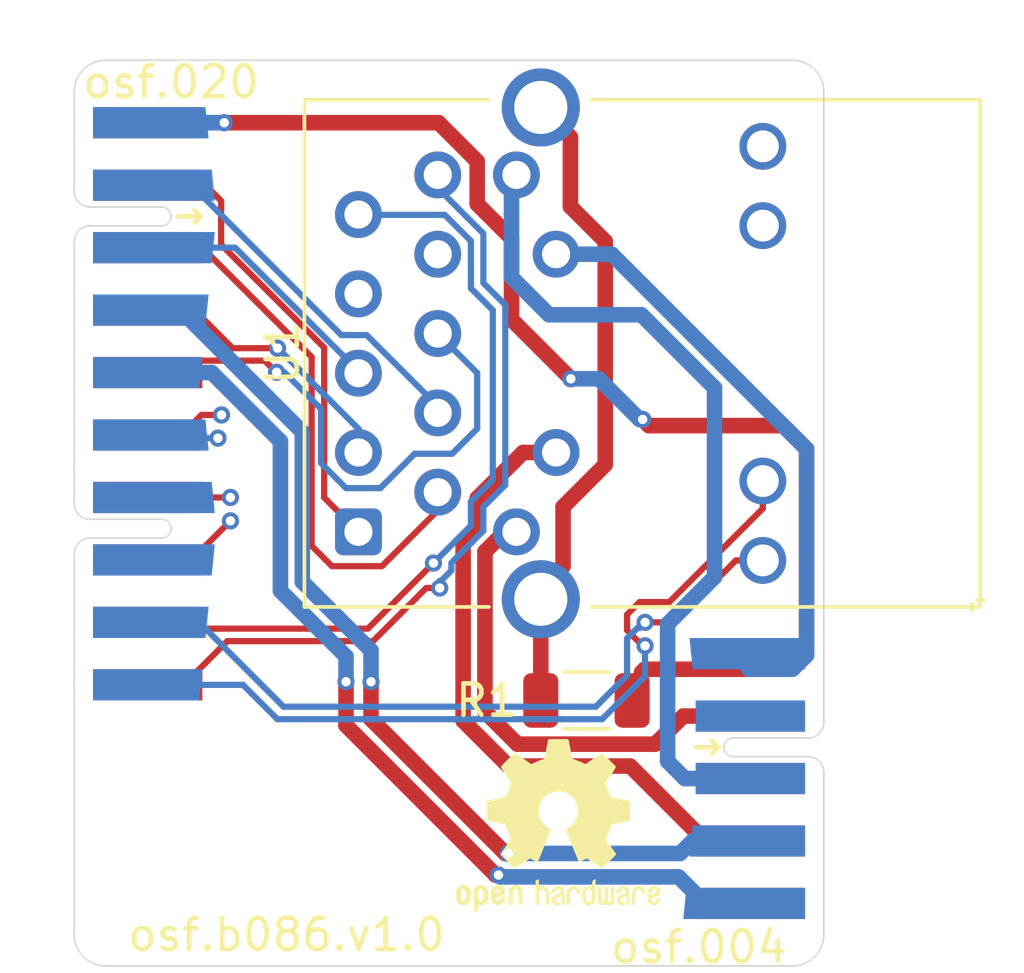
<source format=kicad_pcb>
(kicad_pcb (version 20211014) (generator pcbnew)
  (layers (0 "F.Cu" signal) (1 "In1.Cu" signal) (2 "In2.Cu" signal) (31 "B.Cu" signal) (34 "B.Paste" user) (35 "F.Paste" user) (36 "B.SilkS" user "B.Silkscreen") (37 "F.SilkS" user "F.Silkscreen") (38 "B.Mask" user) (39 "F.Mask" user) (44 "Edge.Cuts" user))
  (net 0 "")
  (net 1 "/TRD0_P")
  (net 2 "/TRD0_N")
  (net 3 "/TRD2_N")
  (net 4 "/TRD2_P")
  (net 5 "/TRD3_N")
  (net 6 "/TRD3_P")
  (net 7 "GND")
  (net 8 "/TRD1_N")
  (net 9 "/TRD1_P")
  (net 12 "/TR0_TAP")
  (net 13 "/TR1_TAP")
  (net 14 "/TR2_TAP")
  (net 15 "/TR3_TAP")
  (net 16 "/CT1")
  (net 17 "/CT2")
  (net 18 "Net-(J1-Pad14)")
  (net 19 "Net-(J1-Pad15)")
  (net 20 "Net-(U1-Pad16)")
  (net 21 "Net-(U1-Pad15)")
  (net 22 "Net-(U1-Pad18)")
  (net 23 "Net-(U1-Pad17)")
  (net 24 "Net-(R1-Pad1)")
  (footprint "Symbol:OSHW-Logo2_7.3x6mm_SilkScreen" (layer "F.Cu") (at 65.5 160.5)
    (fp_text reference "l1" hide)
    (fp_text value "Logo_Open_Hardware_Larg" hide)
  )
  (footprint "on_edge:on_edge_2x10_device" (layer "F.Cu") (at 50 142 -90)
    (fp_text reference "J1")
    (fp_text value "020_1000BASE-T_with_CT")
    (fp_line (start 9.8 0) (end 14 0) (layer "Edge.Cuts") (width 0.05))
    (fp_line (start -4 0) (end -1.8 0) (layer "Edge.Cuts") (width 0.05))
    (fp_line (start -0.7 -0.5) (end -0.7 -2.8) (layer "Edge.Cuts") (width 0.05))
    (fp_line (start 8.7 -2.8) (end 8.7 -0.5) (layer "Edge.Cuts") (width 0.05))
    (fp_line (start 7 0) (end 8.2 0) (layer "Edge.Cuts") (width 0.05))
    (fp_line (start -0.2 0) (end 7 0) (layer "Edge.Cuts") (width 0.05))
    (fp_line (start -1.3 -2.8) (end -1.3 -0.5) (layer "Edge.Cuts") (width 0.05))
    (fp_line (start 9.3 -0.5) (end 9.3 -2.8) (layer "Edge.Cuts") (width 0.05))
    (fp_arc (start -1.3 -2.8) (mid -1 -3.1) (end -0.7 -2.8) (layer "Edge.Cuts") (width 0.05))
    (fp_arc (start -1.3 -0.5) (mid -1.446447 -0.146447) (end -1.8 0) (layer "Edge.Cuts") (width 0.05))
    (fp_arc (start 8.7 -0.5) (mid 8.553553 -0.146447) (end 8.2 0) (layer "Edge.Cuts") (width 0.05))
    (fp_arc (start 8.7 -2.8) (mid 9 -3.1) (end 9.3 -2.8) (layer "Edge.Cuts") (width 0.05))
    (fp_arc (start -0.2 0) (mid -0.553553 -0.146447) (end -0.7 -0.5) (layer "Edge.Cuts") (width 0.05))
    (fp_arc (start 9.8 0) (mid 9.446447 -0.146447) (end 9.3 -0.5) (layer "Edge.Cuts") (width 0.05))
    (pad "1" smd rect (at -4 -2.35 90) (size 1 3.5) (layers "F.Cu" "F.Mask") (net 7 "GND"))
    (pad "2" smd rect (at -2 -2.35 270) (size 1 3.5) (layers "F.Cu" "F.Mask") (net 1 "/TRD0_P"))
    (pad "3" smd rect (at 0 -2.35 270) (size 1 3.5) (layers "F.Cu" "F.Mask") (net 2 "/TRD0_N"))
    (pad "4" smd rect (at 2 -2.35 90) (size 1 3.5) (layers "F.Cu" "F.Mask") (net 9 "/TRD1_P"))
    (pad "5" smd rect (at 4 -2.35 90) (size 1 3.5) (layers "F.Cu" "F.Mask") (net 8 "/TRD1_N"))
    (pad "6" smd rect (at 6 -2.35 90) (size 1 3.5) (layers "F.Cu" "F.Mask") (net 23 "Net-(U1-Pad17)"))
    (pad "7" smd rect (at 8 -2.35 270) (size 1 3.5) (layers "F.Cu" "F.Mask") (net 4 "/TRD2_P"))
    (pad "8" smd rect (at 10 -2.35 270) (size 1 3.5) (layers "F.Cu" "F.Mask") (net 3 "/TRD2_N"))
    (pad "9" smd rect (at 12 -2.35 90) (size 1 3.5) (layers "F.Cu" "F.Mask") (net 6 "/TRD3_P"))
    (pad "10" smd rect (at 14 -2.35 90) (size 1 3.5) (layers "F.Cu" "F.Mask") (net 5 "/TRD3_N"))
    (pad "11" smd custom (at -4 -2.4 270) (size 1 3.6) (layers "B.Cu" "B.Mask") (net 7 "GND") (options (clearance outline) (anchor rect)) (primitives (gr_poly (pts (xy 0.5 -1.8) (xy 0.5 -1.9) (xy -0.5 -1.8)) (width 0) (fill yes))))
    (pad "12" smd custom (at -2 -2.1 270) (size 1 3) (layers "B.Cu" "B.Mask") (net 16 "/CT1") (options (clearance outline) (anchor rect)) (primitives (gr_poly (pts (xy 0.3 -0.51) (xy 0.31 -0.62) (xy 0.33 -0.7) (xy 0.35 -0.76) (xy 0.37 -0.81) (xy 0.4 -0.86) (xy 0.44 -0.92) (xy 0.48 -0.97) (xy 0.5 -0.99) (xy 0.5 -2.4) (xy -0.5 -2.3) (xy -0.5 1.5) (xy 0.3 1.5)) (width 0) (fill yes))))
    (pad "13" smd custom (at 0 -2.1 270) (size 1 3) (layers "B.Cu" "B.Mask") (net 17 "/CT2") (options (clearance outline) (anchor rect)) (primitives (gr_poly (pts (xy -0.3 -0.51) (xy -0.31 -0.62) (xy -0.33 -0.7) (xy -0.35 -0.76) (xy -0.37 -0.81) (xy -0.4 -0.86) (xy -0.44 -0.92) (xy -0.48 -0.97) (xy -0.5 -0.99) (xy -0.5 -2.4) (xy 0.5 -2.3) (xy 0.5 1.5) (xy -0.3 1.5)) (width 0) (fill yes))))
    (pad "14" smd custom (at 2 -2.4 270) (size 1 3.6) (layers "B.Cu" "B.Mask") (net 18 "Net-(J1-Pad14)") (options (clearance outline) (anchor rect)) (primitives (gr_poly (pts (xy -0.5 -1.8) (xy -0.5 -1.9) (xy 0.5 -1.8)) (width 0) (fill yes))))
    (pad "15" smd custom (at 4 -2.3 270) (size 1 3.4) (layers "B.Cu" "B.Mask") (net 19 "Net-(J1-Pad15)") (options (clearance outline) (anchor rect)) (primitives (gr_poly (pts (xy -0.5 -1.7) (xy -0.5 -1.8) (xy 0.5 -1.7)) (width 0) (fill yes))))
    (pad "16" smd custom (at 6 -2.4 270) (size 1 3.6) (layers "B.Cu" "B.Mask") (net 22 "Net-(U1-Pad18)") (options (clearance outline) (anchor rect)) (primitives (gr_poly (pts (xy 0.5 -1.8) (xy 0.5 -1.9) (xy -0.5 -1.8)) (width 0) (fill yes))))
    (pad "17" smd custom (at 8 -2.1 270) (size 1 3) (layers "B.Cu" "B.Mask") (options (clearance outline) (anchor rect)) (primitives (gr_poly (pts (xy 0.3 -0.51) (xy 0.31 -0.62) (xy 0.33 -0.7) (xy 0.35 -0.76) (xy 0.37 -0.81) (xy 0.4 -0.86) (xy 0.44 -0.92) (xy 0.48 -0.97) (xy 0.5 -0.99) (xy 0.5 -2.4) (xy -0.5 -2.3) (xy -0.5 1.5) (xy 0.3 1.5)) (width 0) (fill yes))))
    (pad "18" smd custom (at 10 -2.1 270) (size 1 3) (layers "B.Cu" "B.Mask") (options (clearance outline) (anchor rect)) (primitives (gr_poly (pts (xy -0.3 -0.51) (xy -0.31 -0.62) (xy -0.33 -0.7) (xy -0.35 -0.76) (xy -0.37 -0.81) (xy -0.4 -0.86) (xy -0.44 -0.92) (xy -0.48 -0.97) (xy -0.5 -0.99) (xy -0.5 -2.4) (xy 0.5 -2.3) (xy 0.5 1.5) (xy -0.3 1.5)) (width 0) (fill yes))))
    (pad "19" smd custom (at 12 -2.4 270) (size 1 3.6) (layers "B.Cu" "B.Mask") (net 21 "Net-(U1-Pad15)") (options (clearance outline) (anchor rect)) (primitives (gr_poly (pts (xy -0.5 -1.8) (xy -0.5 -1.9) (xy 0.5 -1.8)) (width 0) (fill yes))))
    (pad "20" smd custom (at 14 -2.3 270) (size 1 3.4) (layers "B.Cu" "B.Mask") (net 20 "Net-(U1-Pad16)") (options (clearance outline) (anchor rect)) (primitives (gr_poly (pts (xy -0.5 -1.7) (xy -0.5 -1.8) (xy 0.5 -1.7)) (width 0) (fill yes))))
  )
  (footprint "on_edge:on_edge_2x05_host" (layer "F.Cu") (at 74 159 -90)
    (fp_text reference "J2")
    (fp_text value "004_BASE-T_CT")
    (fp_line (start -4 0) (end -1.8 0) (layer "Edge.Cuts") (width 0.05))
    (fp_line (start -0.2 0) (end 4 0) (layer "Edge.Cuts") (width 0.05))
    (fp_line (start -0.7 2.9) (end -0.7 0.5) (layer "Edge.Cuts") (width 0.05))
    (fp_line (start -1.3 0.5) (end -1.3 2.9) (layer "Edge.Cuts") (width 0.05))
    (fp_arc (start -0.7 2.9) (mid -1 3.2) (end -1.3 2.9) (layer "Edge.Cuts") (width 0.05))
    (fp_arc (start -1.8 0) (mid -1.446447 0.146447) (end -1.3 0.5) (layer "Edge.Cuts") (width 0.05))
    (fp_arc (start -0.7 0.5) (mid -0.553553 0.146447) (end -0.2 0) (layer "Edge.Cuts") (width 0.05))
    (pad "1" smd rect (at -4 2.35 270) (size 1 3.5) (layers "F.Cu" "F.Mask") (net 7 "GND"))
    (pad "2" smd rect (at -2 2.35 270) (size 1 3.5) (layers "F.Cu" "F.Mask") (net 12 "/TR0_TAP"))
    (pad "3" smd rect (at 0 2.35 270) (size 1 3.5) (layers "F.Cu" "F.Mask"))
    (pad "4" smd rect (at 2 2.35 270) (size 1 3.5) (layers "F.Cu" "F.Mask") (net 13 "/TR1_TAP"))
    (pad "5" smd rect (at 4 2.35 270) (size 1 3.5) (layers "F.Cu" "F.Mask"))
    (pad "6" smd custom (at -4 2.4 90) (size 1 3.6) (layers "B.Cu" "B.Mask") (net 14 "/TR2_TAP") (options (clearance outline) (anchor rect)) (primitives (gr_poly (pts (xy 0.5 -1.8) (xy -0.5 -1.8) (xy 0.5 -1.9)) (width 0) (fill yes))))
    (pad "7" smd rect (at -2 2.35 90) (size 1 3.5) (layers "B.Cu" "B.Mask"))
    (pad "8" smd rect (at 0 2.35 90) (size 1 3.5) (layers "B.Cu" "B.Mask") (net 15 "/TR3_TAP"))
    (pad "9" smd custom (at 2 2.4 90) (size 1 3.6) (layers "B.Cu" "B.Mask") (net 18 "Net-(J1-Pad14)") (options (clearance outline) (anchor rect)) (primitives (gr_poly (pts (xy 0.5 -1.8) (xy -0.5 -1.8) (xy -0.5 -1.9)) (width 0) (fill yes))))
    (pad "10" smd custom (at 4 2.5 90) (size 1 3.8) (layers "B.Cu" "B.Mask") (net 19 "Net-(J1-Pad15)") (options (clearance outline) (anchor rect)) (primitives (gr_poly (pts (xy 0.5 -1.9) (xy -0.5 -1.9) (xy -0.5 -2)) (width 0) (fill yes))))
  )
  (footprint "b086:TRJG0926HENL" (layer "F.Cu") (at 67.9875 145.385 90)
    (fp_text reference "U1" (at 0.01 -11.32 90) (layer "F.SilkS"))
    (fp_text value "MagJack-A70-112-331N126")
    (pad "" np_thru_hole circle (at -5.715 0 90) (size 3.2 3.2) (drill 3.2) (layers *.Cu *.Mask))
    (pad "" np_thru_hole circle (at 5.715 0 90) (size 3.2 3.2) (drill 3.2) (layers *.Cu *.Mask))
    (pad "1" thru_hole roundrect (at -5.715 -8.89 90) (size 1.5 1.5) (drill 0.9) (layers *.Cu *.Mask) (roundrect_rratio 0.167) (net 1 "/TRD0_P"))
    (pad "2" thru_hole circle (at -4.445 -6.35 90) (size 1.5 1.5) (drill 0.9) (layers *.Cu *.Mask) (net 2 "/TRD0_N"))
    (pad "3" thru_hole circle (at -3.175 -8.89 90) (size 1.5 1.5) (drill 0.9) (layers *.Cu *.Mask) (net 9 "/TRD1_P"))
    (pad "4" thru_hole circle (at -1.905 -6.35 90) (size 1.5 1.5) (drill 0.9) (layers *.Cu *.Mask) (net 16 "/CT1"))
    (pad "5" thru_hole circle (at -0.635 -8.89 90) (size 1.5 1.5) (drill 0.9) (layers *.Cu *.Mask) (net 17 "/CT2"))
    (pad "6" thru_hole circle (at 0.635 -6.35 180) (size 1.5 1.5) (drill 0.9) (layers *.Cu *.Mask) (net 8 "/TRD1_N"))
    (pad "7" thru_hole circle (at 1.905 -8.89 90) (size 1.5 1.5) (drill 0.9) (layers *.Cu *.Mask) (net 4 "/TRD2_P"))
    (pad "8" thru_hole circle (at 3.175 -6.35 90) (size 1.5 1.5) (drill 0.9) (layers *.Cu *.Mask) (net 3 "/TRD2_N"))
    (pad "9" thru_hole circle (at 4.445 -8.89 90) (size 1.5 1.5) (drill 0.9) (layers *.Cu *.Mask) (net 6 "/TRD3_P"))
    (pad "10" thru_hole circle (at 5.715 -6.35 90) (size 1.5 1.5) (drill 0.9) (layers *.Cu *.Mask) (net 5 "/TRD3_N"))
    (pad "11" thru_hole circle (at -5.715 -3.83 90) (size 1.5 1.5) (drill 0.9) (layers *.Cu *.Mask) (net 12 "/TR0_TAP"))
    (pad "12" thru_hole circle (at -3.175 -2.56 90) (size 1.5 1.5) (drill 0.9) (layers *.Cu *.Mask) (net 13 "/TR1_TAP"))
    (pad "13" thru_hole circle (at 3.175 -2.56 90) (size 1.5 1.5) (drill 0.9) (layers *.Cu *.Mask) (net 14 "/TR2_TAP"))
    (pad "14" thru_hole circle (at 5.715 -3.83 90) (size 1.5 1.5) (drill 0.9) (layers *.Cu *.Mask) (net 15 "/TR3_TAP"))
    (pad "15" thru_hole circle (at -6.63 4.06 90) (size 1.5 1.5) (drill 1.02) (layers *.Cu *.Mask) (net 21 "Net-(U1-Pad15)"))
    (pad "16" thru_hole circle (at -4.09 4.06 90) (size 1.5 1.5) (drill 1.02) (layers *.Cu *.Mask) (net 20 "Net-(U1-Pad16)"))
    (pad "17" thru_hole circle (at 4.09 4.06 90) (size 1.5 1.5) (drill 1.02) (layers *.Cu *.Mask) (net 23 "Net-(U1-Pad17)"))
    (pad "18" thru_hole circle (at 6.63 4.06 90) (size 1.5 1.5) (drill 1.02) (layers *.Cu *.Mask) (net 22 "Net-(U1-Pad18)"))
    (pad "19" thru_hole circle (at -7.875 -3.05 90) (size 2.5 2.5) (drill 1.7) (layers *.Cu *.Mask) (net 24 "Net-(R1-Pad1)"))
    (pad "20" thru_hole circle (at 7.875 -3.05 90) (size 2.5 2.5) (drill 1.7) (layers *.Cu *.Mask) (net 24 "Net-(R1-Pad1)"))
  )
  (footprint "Resistor_SMD:R_1206_3216Metric" (layer "F.Cu") (at 66.4 156.5)
    (fp_text reference "R1" (at -3.2 0) (layer "F.SilkS"))
    (fp_text value "d.n.p")
    (pad "1" smd roundrect (at -1.4625 0) (size 1.125 1.75) (layers "F.Cu" "F.Paste" "F.Mask") (roundrect_rratio 0.222222) (net 24 "Net-(R1-Pad1)"))
    (pad "2" smd roundrect (at 1.4625 0) (size 1.125 1.75) (layers "F.Cu" "F.Paste" "F.Mask") (roundrect_rratio 0.222222) (net 7 "GND"))
  )
  (gr_arc (start 51 165) (mid 50.292893 164.707107) (end 50 164) (layer "Edge.Cuts") (width 0.05))
  (gr_arc (start 73 136) (mid 73.707107 136.292893) (end 74 137) (layer "Edge.Cuts") (width 0.05))
  (gr_arc (start 74 164) (mid 73.707107 164.707107) (end 73 165) (layer "Edge.Cuts") (width 0.05))
  (gr_arc (start 50 137) (mid 50.292893 136.292893) (end 51 136) (layer "Edge.Cuts") (width 0.05))
  (gr_line (start 74 155) (end 74 137) (layer "Edge.Cuts") (width 0.05))
  (gr_line (start 74 164) (end 74 163) (layer "Edge.Cuts") (width 0.05))
  (gr_line (start 51 165) (end 73 165) (layer "Edge.Cuts") (width 0.05))
  (gr_line (start 50 156) (end 50 164) (layer "Edge.Cuts") (width 0.05))
  (gr_line (start 50 137) (end 50 138) (layer "Edge.Cuts") (width 0.05))
  (gr_line (start 51 136) (end 73 136) (layer "Edge.Cuts") (width 0.05))
  (gr_text "osf.004" (at 70 164.4) (layer "F.SilkS") (effects (font (size 1 1))))
  (gr_text "osf.b086.v1.0" (at 56.8 164) (layer "F.SilkS") (effects (font (size 1 1))))
  (gr_text "osf.020" (at 53.1 136.7) (layer "F.SilkS") (effects (font (size 1 1))))
  (segment (start 54.7 141.9) (end 54.7 140.5) (width 0.2) (layer "F.Cu") (net 1))
  (segment (start 59.0975 151.1) (end 58 150.0025) (width 0.2) (layer "F.Cu") (net 1))
  (segment (start 54.7 140.5) (end 54.1 139.9) (width 0.2) (layer "F.Cu") (net 1))
  (segment (start 58 150.0025) (end 58 145.2) (width 0.2) (layer "F.Cu") (net 1))
  (segment (start 55.1 142.3) (end 54.7 141.9) (width 0.2) (layer "F.Cu") (net 1))
  (segment (start 58 145.2) (end 55.1 142.3) (width 0.2) (layer "F.Cu") (net 1))
  (segment (start 59.85 152.2) (end 61.6375 150.4125) (width 0.2) (layer "F.Cu") (net 2))
  (segment (start 57.6 151.55) (end 58.25 152.2) (width 0.2) (layer "F.Cu") (net 2))
  (segment (start 52.35 142) (end 54.1 142) (width 0.2) (layer "F.Cu") (net 2))
  (segment (start 61.6375 150.4125) (end 61.6375 149.83) (width 0.2) (layer "F.Cu") (net 2))
  (segment (start 58.25 152.2) (end 59.85 152.2) (width 0.2) (layer "F.Cu") (net 2))
  (segment (start 54.1 142) (end 57.6 145.5) (width 0.2) (layer "F.Cu") (net 2))
  (segment (start 57.6 145.5) (end 57.6 151.55) (width 0.2) (layer "F.Cu") (net 2))
  (segment (start 53.749503 152) (end 55 150.749503) (width 0.2) (layer "F.Cu") (net 3))
  (segment (start 52.35 152) (end 53.749503 152) (width 0.2) (layer "F.Cu") (net 3))
  (via (at 55 150.749503) (size 0.55) (drill 0.3) (layers "F.Cu" "B.Cu") (net 3))
  (segment (start 52.35 150) (end 55 150) (width 0.2) (layer "F.Cu") (net 4))
  (via (at 55 150) (size 0.55) (drill 0.3) (layers "F.Cu" "B.Cu") (net 4))
  (segment (start 54.9 154.6) (end 59.565686 154.6) (width 0.2) (layer "F.Cu") (net 5))
  (segment (start 53.5 156) (end 54.9 154.6) (width 0.2) (layer "F.Cu") (net 5))
  (segment (start 59.565686 154.6) (end 61.265686 152.9) (width 0.2) (layer "F.Cu") (net 5))
  (segment (start 61.265686 152.9) (end 61.7 152.9) (width 0.2) (layer "F.Cu") (net 5))
  (segment (start 52.35 156) (end 53.5 156) (width 0.2) (layer "F.Cu") (net 5))
  (via (at 61.7 152.9) (size 0.55) (drill 0.3) (layers "F.Cu" "B.Cu") (net 5))
  (segment (start 63.1 151.065686) (end 63.1 150.300075) (width 0.2) (layer "B.Cu") (net 5))
  (segment (start 61.7 152.9) (end 61.7 152.675) (width 0.2) (layer "B.Cu") (net 5))
  (segment (start 61.65 140.1) (end 61.65 139.285) (width 0.2) (layer "B.Cu") (net 5))
  (segment (start 63.1 150.300075) (end 63.8 149.600074) (width 0.2) (layer "B.Cu") (net 5))
  (segment (start 62.075 152.338173) (end 62.075 152.090686) (width 0.2) (layer "B.Cu") (net 5))
  (segment (start 63.1 141.55) (end 61.65 140.1) (width 0.2) (layer "B.Cu") (net 5))
  (segment (start 63.8 149.600074) (end 63.8 143.834315) (width 0.2) (layer "B.Cu") (net 5))
  (segment (start 62.075 152.090686) (end 63.1 151.065686) (width 0.2) (layer "B.Cu") (net 5))
  (segment (start 61.738173 152.675) (end 62.075 152.338173) (width 0.2) (layer "B.Cu") (net 5))
  (segment (start 63.8 143.834315) (end 63.1 143.134314) (width 0.2) (layer "B.Cu") (net 5))
  (segment (start 61.7 152.675) (end 61.738173 152.675) (width 0.2) (layer "B.Cu") (net 5))
  (segment (start 63.1 143.134314) (end 63.1 141.55) (width 0.2) (layer "B.Cu") (net 5))
  (segment (start 52.55 154.2) (end 59.4 154.2) (width 0.2) (layer "F.Cu") (net 6))
  (segment (start 52.35 154) (end 52.55 154.2) (width 0.2) (layer "F.Cu") (net 6))
  (segment (start 59.4 154.2) (end 61.5 152.1) (width 0.2) (layer "F.Cu") (net 6))
  (via (at 61.5 152.1) (size 0.55) (drill 0.3) (layers "F.Cu" "B.Cu") (net 6))
  (segment (start 62.7 150.134389) (end 63.4 149.434389) (width 0.2) (layer "B.Cu") (net 6))
  (segment (start 61.5 152.1) (end 62.7 150.9) (width 0.2) (layer "B.Cu") (net 6))
  (segment (start 62.7 150.9) (end 62.7 150.134389) (width 0.2) (layer "B.Cu") (net 6))
  (segment (start 62.7 143.3) (end 62.7 141.787575) (width 0.2) (layer "B.Cu") (net 6))
  (segment (start 63.4 149.434389) (end 63.4 144) (width 0.2) (layer "B.Cu") (net 6))
  (segment (start 63.4 144) (end 62.7 143.3) (width 0.2) (layer "B.Cu") (net 6))
  (segment (start 61.862425 140.95) (end 59.505 140.95) (width 0.2) (layer "B.Cu") (net 6))
  (segment (start 59.505 140.95) (end 59.11 140.555) (width 0.2) (layer "B.Cu") (net 6))
  (segment (start 62.7 141.787575) (end 61.862425 140.95) (width 0.2) (layer "B.Cu") (net 6))
  (segment (start 62.9 140.6) (end 64 141.7) (width 0.5) (layer "F.Cu") (net 7))
  (segment (start 54.8 138) (end 61.664557 138) (width 0.5) (layer "F.Cu") (net 7))
  (segment (start 52.35 138) (end 54.8 138) (width 0.5) (layer "F.Cu") (net 7))
  (segment (start 72.7 155.5) (end 68.2625 155.5) (width 0.5) (layer "F.Cu") (net 7))
  (segment (start 64 141.7) (end 64 144.3) (width 0.5) (layer "F.Cu") (net 7))
  (segment (start 68.2 147.5) (end 68.4 147.7) (width 0.5) (layer "F.Cu") (net 7))
  (segment (start 73.45 154.75) (end 72.7 155.5) (width 0.5) (layer "F.Cu") (net 7))
  (segment (start 72.7 147.7) (end 73.45 148.45) (width 0.5) (layer "F.Cu") (net 7))
  (segment (start 64 144.3) (end 65.9 146.2) (width 0.5) (layer "F.Cu") (net 7))
  (segment (start 68.4 147.7) (end 72.7 147.7) (width 0.5) (layer "F.Cu") (net 7))
  (segment (start 61.664557 138) (end 62.9 139.235443) (width 0.5) (layer "F.Cu") (net 7))
  (segment (start 68.2625 155.5) (end 68.1625 155.6) (width 0.5) (layer "F.Cu") (net 7))
  (segment (start 62.9 139.235443) (end 62.9 140.6) (width 0.5) (layer "F.Cu") (net 7))
  (segment (start 73.45 148.45) (end 73.45 154.75) (width 0.5) (layer "F.Cu") (net 7))
  (via (at 54.8 138) (size 0.55) (drill 0.3) (layers "F.Cu" "B.Cu") (net 7))
  (via (at 68.2 147.5) (size 0.55) (drill 0.3) (layers "F.Cu" "B.Cu") (net 7))
  (via (at 65.9 146.2) (size 0.55) (drill 0.3) (layers "F.Cu" "B.Cu") (net 7))
  (segment (start 52.4 138) (end 54.8 138) (width 0.5) (layer "B.Cu") (net 7))
  (segment (start 68.2 147.5) (end 68.1 147.5) (width 0.5) (layer "B.Cu") (net 7))
  (segment (start 66.8 146.2) (end 65.9 146.2) (width 0.5) (layer "B.Cu") (net 7))
  (segment (start 68.1 147.5) (end 66.8 146.2) (width 0.5) (layer "B.Cu") (net 7))
  (segment (start 56.464492 145.990131) (end 56.093344 145.618983) (width 0.2) (layer "F.Cu") (net 8))
  (segment (start 52.731017 145.618983) (end 52.35 146) (width 0.2) (layer "F.Cu") (net 8))
  (segment (start 56.093344 145.618983) (end 52.731017 145.618983) (width 0.2) (layer "F.Cu") (net 8))
  (segment (start 56.477665 145.990131) (end 56.464492 145.990131) (width 0.2) (layer "F.Cu") (net 8))
  (via (at 56.477665 145.990131) (size 0.55) (drill 0.3) (layers "F.Cu" "B.Cu") (net 8))
  (segment (start 62.9 147.8) (end 62.9 146.0125) (width 0.2) (layer "B.Cu") (net 8))
  (segment (start 62.1 148.6) (end 62.9 147.8) (width 0.2) (layer "B.Cu") (net 8))
  (segment (start 60.9 148.6) (end 62.1 148.6) (width 0.2) (layer "B.Cu") (net 8))
  (segment (start 56.477665 145.990131) (end 56.724445 145.990131) (width 0.2) (layer "B.Cu") (net 8))
  (segment (start 56.724445 145.990131) (end 57.9 147.165686) (width 0.2) (layer "B.Cu") (net 8))
  (segment (start 58.7 149.7) (end 59.8 149.7) (width 0.2) (layer "B.Cu") (net 8))
  (segment (start 59.8 149.7) (end 60.9 148.6) (width 0.2) (layer "B.Cu") (net 8))
  (segment (start 57.9 147.165686) (end 57.9 148.9) (width 0.2) (layer "B.Cu") (net 8))
  (segment (start 62.9 146.0125) (end 61.6375 144.75) (width 0.2) (layer "B.Cu") (net 8))
  (segment (start 57.9 148.9) (end 58.7 149.7) (width 0.2) (layer "B.Cu") (net 8))
  (segment (start 55.068983 145.218983) (end 53.85 144) (width 0.2) (layer "F.Cu") (net 9))
  (segment (start 56.506517 145.218983) (end 55.068983 145.218983) (width 0.2) (layer "F.Cu") (net 9))
  (segment (start 53.85 144) (end 52.35 144) (width 0.2) (layer "F.Cu") (net 9))
  (via (at 56.506517 145.218983) (size 0.55) (drill 0.3) (layers "F.Cu" "B.Cu") (net 9))
  (segment (start 59.11 147.81) (end 59.11 148.175) (width 0.2) (layer "B.Cu") (net 9))
  (segment (start 56.518983 145.218983) (end 59.11 147.81) (width 0.2) (layer "B.Cu") (net 9))
  (segment (start 56.506517 145.218983) (end 56.518983 145.218983) (width 0.2) (layer "B.Cu") (net 9))
  (segment (start 64.18995 157.9) (end 68.6 157.9) (width 0.5) (layer "F.Cu") (net 12))
  (segment (start 63.15 151.735) (end 63.15 156.86005) (width 0.5) (layer "F.Cu") (net 12))
  (segment (start 69.5 157) (end 71.65 157) (width 0.5) (layer "F.Cu") (net 12))
  (segment (start 63.15 156.86005) (end 64.18995 157.9) (width 0.5) (layer "F.Cu") (net 12))
  (segment (start 68.6 157.9) (end 69.5 157) (width 0.5) (layer "F.Cu") (net 12))
  (segment (start 64.17 150.715) (end 63.15 151.735) (width 0.5) (layer "F.Cu") (net 12))
  (segment (start 62.45 151.4) (end 62.9 150.95) (width 0.5) (layer "F.Cu") (net 13))
  (segment (start 64.36684 148.56) (end 65.4275 148.56) (width 0.5) (layer "F.Cu") (net 13))
  (segment (start 67.8 158.6) (end 63.900001 158.6) (width 0.5) (layer "F.Cu") (net 13))
  (segment (start 70.2 161) (end 67.8 158.6) (width 0.5) (layer "F.Cu") (net 13))
  (segment (start 71.65 161) (end 70.2 161) (width 0.5) (layer "F.Cu") (net 13))
  (segment (start 62.9 150.02684) (end 64.36684 148.56) (width 0.5) (layer "F.Cu") (net 13))
  (segment (start 62.45 157.15) (end 62.45 151.4) (width 0.5) (layer "F.Cu") (net 13))
  (segment (start 63.900001 158.6) (end 62.45 157.15) (width 0.5) (layer "F.Cu") (net 13))
  (segment (start 62.9 150.95) (end 62.9 150.02684) (width 0.5) (layer "F.Cu") (net 13))
  (segment (start 71.6 155.5) (end 73 155.5) (width 0.5) (layer "B.Cu") (net 14))
  (segment (start 73.45 148.45) (end 67.21 142.21) (width 0.5) (layer "B.Cu") (net 14))
  (segment (start 67.21 142.21) (end 65.4275 142.21) (width 0.5) (layer "B.Cu") (net 14))
  (segment (start 73 155.5) (end 73.45 155.05) (width 0.5) (layer "B.Cu") (net 14))
  (segment (start 73.45 155.05) (end 73.45 148.45) (width 0.5) (layer "B.Cu") (net 14))
  (segment (start 71.65 159) (end 69.55 159) (width 0.5) (layer "B.Cu") (net 15))
  (segment (start 70.5 152.55) (end 70.5 146.48995) (width 0.5) (layer "B.Cu") (net 15))
  (segment (start 64 142.95) (end 64 139.455) (width 0.5) (layer "B.Cu") (net 15))
  (segment (start 69.55 159) (end 69 158.45) (width 0.5) (layer "B.Cu") (net 15))
  (segment (start 69 158.45) (end 69 154.05) (width 0.5) (layer "B.Cu") (net 15))
  (segment (start 70.5 146.48995) (end 68.16005 144.15) (width 0.5) (layer "B.Cu") (net 15))
  (segment (start 68.16005 144.15) (end 65.2 144.15) (width 0.5) (layer "B.Cu") (net 15))
  (segment (start 69 154.05) (end 70.5 152.55) (width 0.5) (layer "B.Cu") (net 15))
  (segment (start 65.2 144.15) (end 64 142.95) (width 0.5) (layer "B.Cu") (net 15))
  (segment (start 58.55 144.8) (end 53.75 140) (width 0.2) (layer "B.Cu") (net 16))
  (segment (start 59.362425 144.8) (end 58.55 144.8) (width 0.2) (layer "B.Cu") (net 16))
  (segment (start 53.75 140) (end 52.1 140) (width 0.2) (layer "B.Cu") (net 16))
  (segment (start 61.6375 147.29) (end 61.6375 147.075075) (width 0.2) (layer "B.Cu") (net 16))
  (segment (start 61.6375 147.075075) (end 59.362425 144.8) (width 0.2) (layer "B.Cu") (net 16))
  (segment (start 59.11 145.635) (end 58.785 145.635) (width 0.2) (layer "B.Cu") (net 17))
  (segment (start 55.15 142) (end 52.1 142) (width 0.2) (layer "B.Cu") (net 17))
  (segment (start 58.785 145.635) (end 55.15 142) (width 0.2) (layer "B.Cu") (net 17))
  (segment (start 59.5 157.1) (end 61 158.6) (width 0.5) (layer "F.Cu") (net 18))
  (segment (start 63.8 161.4) (end 63.9 161.4) (width 0.5) (layer "F.Cu") (net 18))
  (segment (start 61 158.6) (end 63.8 161.4) (width 0.5) (layer "F.Cu") (net 18))
  (segment (start 59.5 155.9) (end 59.5 157.1) (width 0.5) (layer "F.Cu") (net 18))
  (via (at 59.5 155.9) (size 0.55) (drill 0.3) (layers "F.Cu" "B.Cu") (net 18))
  (via (at 63.9 161.4) (size 0.55) (drill 0.3) (layers "F.Cu" "B.Cu") (net 18))
  (segment (start 57.3 152.7) (end 59.5 154.9) (width 0.5) (layer "B.Cu") (net 18))
  (segment (start 59.5 154.9) (end 59.5 155.9) (width 0.5) (layer "B.Cu") (net 18))
  (segment (start 69.8 161) (end 71.6 161) (width 0.5) (layer "B.Cu") (net 18))
  (segment (start 52.4 144) (end 53.4 144) (width 0.5) (layer "B.Cu") (net 18))
  (segment (start 57.3 147.9) (end 57.3 152.7) (width 0.5) (layer "B.Cu") (net 18))
  (segment (start 53.4 144) (end 57.3 147.9) (width 0.5) (layer "B.Cu") (net 18))
  (segment (start 69.4 161.4) (end 69.8 161) (width 0.5) (layer "B.Cu") (net 18))
  (segment (start 63.9 161.4) (end 69.4 161.4) (width 0.5) (layer "B.Cu") (net 18))
  (segment (start 63.491108 162.091108) (end 58.7 157.3) (width 0.5) (layer "F.Cu") (net 19))
  (segment (start 63.582583 162.091108) (end 63.491108 162.091108) (width 0.5) (layer "F.Cu") (net 19))
  (segment (start 58.7 157.3) (end 58.7 155.9) (width 0.5) (layer "F.Cu") (net 19))
  (via (at 58.7 155.9) (size 0.55) (drill 0.3) (layers "F.Cu" "B.Cu") (net 19))
  (via (at 63.582583 162.091108) (size 0.55) (drill 0.3) (layers "F.Cu" "B.Cu") (net 19))
  (segment (start 56.6 152.989949) (end 56.6 148.2) (width 0.5) (layer "B.Cu") (net 19))
  (segment (start 70.2 163) (end 71.5 163) (width 0.5) (layer "B.Cu") (net 19))
  (segment (start 63.641475 162.15) (end 69.35 162.15) (width 0.5) (layer "B.Cu") (net 19))
  (segment (start 56.6 148.2) (end 54.4 146) (width 0.5) (layer "B.Cu") (net 19))
  (segment (start 58.7 155.08995) (end 56.6 152.989949) (width 0.5) (layer "B.Cu") (net 19))
  (segment (start 58.7 155.9) (end 58.7 155.08995) (width 0.5) (layer "B.Cu") (net 19))
  (segment (start 54.4 146) (end 52.3 146) (width 0.5) (layer "B.Cu") (net 19))
  (segment (start 69.35 162.15) (end 70.2 163) (width 0.5) (layer "B.Cu") (net 19))
  (segment (start 63.582583 162.091108) (end 63.641475 162.15) (width 0.5) (layer "B.Cu") (net 19))
  (segment (start 69.05 153.35) (end 68.1 153.35) (width 0.2) (layer "F.Cu") (net 20))
  (segment (start 67.7 154.25) (end 68.2 154.75) (width 0.2) (layer "F.Cu") (net 20))
  (segment (start 72.0475 150.3525) (end 69.05 153.35) (width 0.2) (layer "F.Cu") (net 20))
  (segment (start 68.2 154.75) (end 68.2755 154.75) (width 0.2) (layer "F.Cu") (net 20))
  (segment (start 68.1 153.35) (end 67.7 153.75) (width 0.2) (layer "F.Cu") (net 20))
  (segment (start 72.0475 149.475) (end 72.0475 150.3525) (width 0.2) (layer "F.Cu") (net 20))
  (segment (start 67.7 153.75) (end 67.7 154.25) (width 0.2) (layer "F.Cu") (net 20))
  (via (at 68.2755 154.75) (size 0.55) (drill 0.3) (layers "F.Cu" "B.Cu") (net 20))
  (segment (start 55.4 156) (end 52.3 156) (width 0.2) (layer "B.Cu") (net 20))
  (segment (start 68.2755 154.75) (end 68.2755 155.7245) (width 0.2) (layer "B.Cu") (net 20))
  (segment (start 56.5 157.1) (end 55.4 156) (width 0.2) (layer "B.Cu") (net 20))
  (segment (start 68.2755 155.7245) (end 66.9 157.1) (width 0.2) (layer "B.Cu") (net 20))
  (segment (start 66.9 157.1) (end 56.5 157.1) (width 0.2) (layer "B.Cu") (net 20))
  (segment (start 71.185 152.015) (end 72.0475 152.015) (width 0.2) (layer "F.Cu") (net 21))
  (segment (start 69.200831 153.999169) (end 71.185 152.015) (width 0.2) (layer "F.Cu") (net 21))
  (segment (start 68.277285 153.999169) (end 69.200831 153.999169) (width 0.2) (layer "F.Cu") (net 21))
  (via (at 68.277285 153.999169) (size 0.55) (drill 0.3) (layers "F.Cu" "B.Cu") (net 21))
  (segment (start 68.101454 154.175) (end 68.037327 154.175) (width 0.2) (layer "B.Cu") (net 21))
  (segment (start 66.7 156.7) (end 56.7 156.7) (width 0.2) (layer "B.Cu") (net 21))
  (segment (start 68.037327 154.175) (end 67.7 154.512327) (width 0.2) (layer "B.Cu") (net 21))
  (segment (start 67.7 155.7) (end 66.7 156.7) (width 0.2) (layer "B.Cu") (net 21))
  (segment (start 56.7 156.7) (end 54 154) (width 0.2) (layer "B.Cu") (net 21))
  (segment (start 68.277285 153.999169) (end 68.101454 154.175) (width 0.2) (layer "B.Cu") (net 21))
  (segment (start 54 154) (end 52.4 154) (width 0.2) (layer "B.Cu") (net 21))
  (segment (start 67.7 154.512327) (end 67.7 155.7) (width 0.2) (layer "B.Cu") (net 21))
  (via (at 54.6 148.1) (size 0.55) (drill 0.3) (layers "F.Cu" "B.Cu") (net 22))
  (segment (start 54.6 148.1) (end 52.5 148.1) (width 0.2) (layer "B.Cu") (net 22))
  (segment (start 52.5 148.1) (end 52.4 148) (width 0.2) (layer "B.Cu") (net 22))
  (segment (start 54.067631 147.357369) (end 53.425 148) (width 0.2) (layer "F.Cu") (net 23))
  (segment (start 53.425 148) (end 52.35 148) (width 0.2) (layer "F.Cu") (net 23))
  (segment (start 54.712604 147.357369) (end 54.067631 147.357369) (width 0.2) (layer "F.Cu") (net 23))
  (via (at 54.712604 147.357369) (size 0.55) (drill 0.3) (layers "F.Cu" "B.Cu") (net 23))
  (segment (start 64.9375 152.9125) (end 65.65 152.2) (width 0.5) (layer "F.Cu") (net 24))
  (segment (start 65.65 152.2) (end 65.65 150.3) (width 0.5) (layer "F.Cu") (net 24))
  (segment (start 67 148.95) (end 67 141.8) (width 0.5) (layer "F.Cu") (net 24))
  (segment (start 65.885538 140.685538) (end 65.885538 138.458038) (width 0.5) (layer "F.Cu") (net 24))
  (segment (start 67 141.8) (end 65.885538 140.685538) (width 0.5) (layer "F.Cu") (net 24))
  (segment (start 65.65 150.3) (end 67 148.95) (width 0.5) (layer "F.Cu") (net 24))
  (segment (start 64.9375 156.5) (end 64.9375 153.26) (width 0.5) (layer "F.Cu") (net 24))
  (segment (start 64.9375 153.26) (end 64.9375 152.9125) (width 0.5) (layer "F.Cu") (net 24))
  (segment (start 65.885538 138.458038) (end 64.9375 137.51) (width 0.5) (layer "F.Cu") (net 24))
)
</source>
